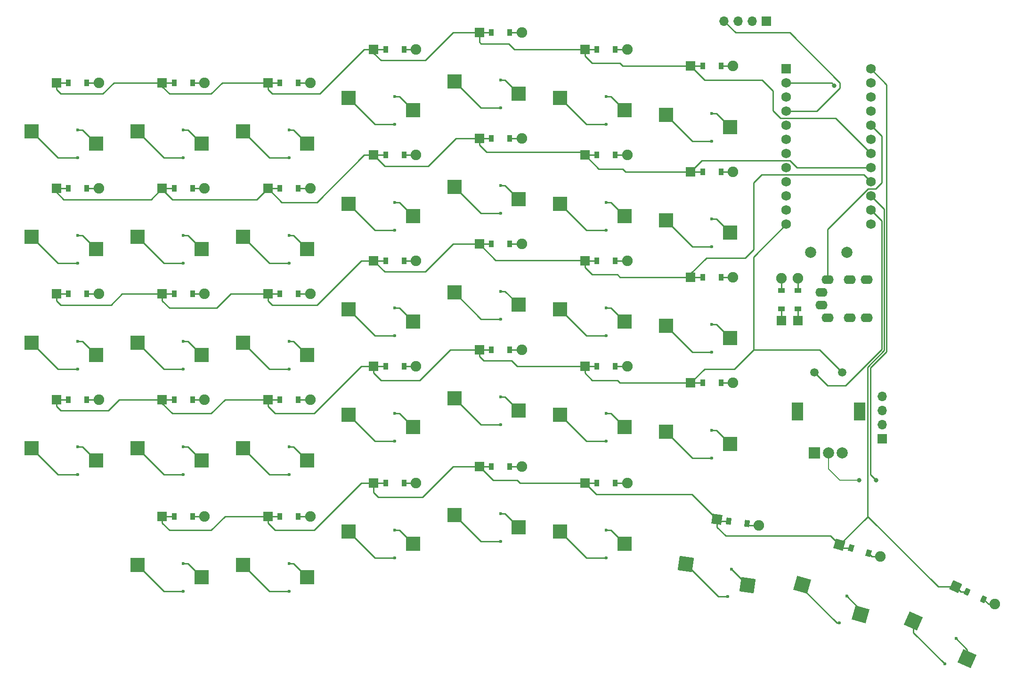
<source format=gbr>
%TF.GenerationSoftware,KiCad,Pcbnew,8.0.6*%
%TF.CreationDate,2024-11-25T22:34:01-05:00*%
%TF.ProjectId,jonkey-v2,6a6f6e6b-6579-42d7-9632-2e6b69636164,v1.0.0*%
%TF.SameCoordinates,Original*%
%TF.FileFunction,Copper,L2,Bot*%
%TF.FilePolarity,Positive*%
%FSLAX46Y46*%
G04 Gerber Fmt 4.6, Leading zero omitted, Abs format (unit mm)*
G04 Created by KiCad (PCBNEW 8.0.6) date 2024-11-25 22:34:01*
%MOMM*%
%LPD*%
G01*
G04 APERTURE LIST*
G04 Aperture macros list*
%AMRotRect*
0 Rectangle, with rotation*
0 The origin of the aperture is its center*
0 $1 length*
0 $2 width*
0 $3 Rotation angle, in degrees counterclockwise*
0 Add horizontal line*
21,1,$1,$2,0,0,$3*%
G04 Aperture macros list end*
%TA.AperFunction,ComponentPad*%
%ADD10C,0.600000*%
%TD*%
%TA.AperFunction,SMDPad,CuDef*%
%ADD11R,2.600000X2.600000*%
%TD*%
%TA.AperFunction,ComponentPad*%
%ADD12R,1.778000X1.778000*%
%TD*%
%TA.AperFunction,SMDPad,CuDef*%
%ADD13R,0.900000X1.200000*%
%TD*%
%TA.AperFunction,ComponentPad*%
%ADD14C,1.905000*%
%TD*%
%TA.AperFunction,SMDPad,CuDef*%
%ADD15R,1.200000X0.900000*%
%TD*%
%TA.AperFunction,ComponentPad*%
%ADD16RotRect,1.778000X1.778000X352.000000*%
%TD*%
%TA.AperFunction,SMDPad,CuDef*%
%ADD17RotRect,0.900000X1.200000X352.000000*%
%TD*%
%TA.AperFunction,SMDPad,CuDef*%
%ADD18RotRect,2.600000X2.600000X164.000000*%
%TD*%
%TA.AperFunction,ComponentPad*%
%ADD19R,1.700000X1.700000*%
%TD*%
%TA.AperFunction,ComponentPad*%
%ADD20O,1.700000X1.700000*%
%TD*%
%TA.AperFunction,ComponentPad*%
%ADD21RotRect,1.778000X1.778000X344.000000*%
%TD*%
%TA.AperFunction,SMDPad,CuDef*%
%ADD22RotRect,0.900000X1.200000X344.000000*%
%TD*%
%TA.AperFunction,SMDPad,CuDef*%
%ADD23RotRect,2.600000X2.600000X172.000000*%
%TD*%
%TA.AperFunction,ComponentPad*%
%ADD24O,2.200000X1.600000*%
%TD*%
%TA.AperFunction,ComponentPad*%
%ADD25RotRect,1.778000X1.778000X336.000000*%
%TD*%
%TA.AperFunction,SMDPad,CuDef*%
%ADD26RotRect,0.900000X1.200000X336.000000*%
%TD*%
%TA.AperFunction,ComponentPad*%
%ADD27C,2.000000*%
%TD*%
%TA.AperFunction,SMDPad,CuDef*%
%ADD28RotRect,2.600000X2.600000X156.000000*%
%TD*%
%TA.AperFunction,ComponentPad*%
%ADD29R,1.752600X1.752600*%
%TD*%
%TA.AperFunction,ComponentPad*%
%ADD30C,1.752600*%
%TD*%
%TA.AperFunction,ComponentPad*%
%ADD31R,2.000000X3.200000*%
%TD*%
%TA.AperFunction,ComponentPad*%
%ADD32C,1.500000*%
%TD*%
%TA.AperFunction,ComponentPad*%
%ADD33R,2.000000X2.000000*%
%TD*%
%TA.AperFunction,ViaPad*%
%ADD34C,0.800000*%
%TD*%
%TA.AperFunction,Conductor*%
%ADD35C,0.250000*%
%TD*%
%TA.AperFunction,Conductor*%
%ADD36C,0.200000*%
%TD*%
G04 APERTURE END LIST*
D10*
%TO.P,REF\u002A\u002A,1*%
%TO.N,outer1_modifiers*%
X126500000Y-178000000D03*
%TD*%
%TO.P,REF\u002A\u002A,1*%
%TO.N,P19*%
X183500000Y-96000000D03*
%TD*%
%TO.P,REF\u002A\u002A,1*%
%TO.N,outer1_numbers*%
X126500000Y-100000000D03*
%TD*%
D11*
%TO.P,S26,1*%
%TO.N,index_bottom*%
X205775000Y-153450000D03*
%TO.P,S26,2*%
%TO.N,P20*%
X194225000Y-151250000D03*
%TD*%
D10*
%TO.P,REF\u002A\u002A,1*%
%TO.N,ring_modifiers*%
X164500000Y-172000000D03*
%TD*%
D12*
%TO.P,D8,1*%
%TO.N,P5*%
X122690000Y-110500000D03*
D13*
X124850000Y-110500000D03*
%TO.P,D8,2*%
%TO.N,outer1_top*%
X128150000Y-110500000D03*
D14*
X130310000Y-110500000D03*
%TD*%
D11*
%TO.P,S33,1*%
%TO.N,inner1_numbers*%
X224775000Y-99450000D03*
%TO.P,S33,2*%
%TO.N,P21*%
X213225000Y-97250000D03*
%TD*%
%TO.P,S30,1*%
%TO.N,inner1_bottom*%
X224775000Y-156450000D03*
%TO.P,S30,2*%
%TO.N,P21*%
X213225000Y-154250000D03*
%TD*%
%TO.P,S4,1*%
%TO.N,outer2_numbers*%
X110775000Y-102450000D03*
%TO.P,S4,2*%
%TO.N,P16*%
X99225000Y-100250000D03*
%TD*%
D12*
%TO.P,D5,1*%
%TO.N,P7*%
X122690000Y-169500000D03*
D13*
X124850000Y-169500000D03*
%TO.P,D5,2*%
%TO.N,outer1_modifiers*%
X128150000Y-169500000D03*
D14*
X130310000Y-169500000D03*
%TD*%
D10*
%TO.P,REF\u002A\u002A,1*%
%TO.N,P16*%
X107500000Y-143000000D03*
%TD*%
D11*
%TO.P,S25,1*%
%TO.N,index_modifiers*%
X205775000Y-174450000D03*
%TO.P,S25,2*%
%TO.N,P19*%
X194225000Y-172250000D03*
%TD*%
D14*
%TO.P,R11,2*%
%TO.N,P3*%
X234000000Y-126690000D03*
D15*
X234000000Y-128850000D03*
%TO.P,R11,1*%
%TO.N,VCC*%
X234000000Y-132150000D03*
D12*
X234000000Y-134310000D03*
%TD*%
%TO.P,D17,1*%
%TO.N,P6*%
X160690000Y-123500000D03*
D13*
X162850000Y-123500000D03*
%TO.P,D17,2*%
%TO.N,ring_home*%
X166150000Y-123500000D03*
D14*
X168310000Y-123500000D03*
%TD*%
D11*
%TO.P,S3,1*%
%TO.N,outer2_top*%
X110775000Y-121450000D03*
%TO.P,S3,2*%
%TO.N,P16*%
X99225000Y-119250000D03*
%TD*%
D10*
%TO.P,REF\u002A\u002A,1*%
%TO.N,index_top*%
X202500000Y-113000000D03*
%TD*%
%TO.P,REF\u002A\u002A,1*%
%TO.N,P14*%
X126500000Y-162000000D03*
%TD*%
D16*
%TO.P,D34,1*%
%TO.N,P7*%
X222422945Y-170018409D03*
D17*
X224561924Y-170319024D03*
%TO.P,D34,2*%
%TO.N,inner1_thumbrow*%
X227829808Y-170778296D03*
D14*
X229968787Y-171078911D03*
%TD*%
D10*
%TO.P,REF\u002A\u002A,1*%
%TO.N,inner1_top*%
X221500000Y-116000000D03*
%TD*%
D11*
%TO.P,S23,1*%
%TO.N,middle_top*%
X186775000Y-112450000D03*
%TO.P,S23,2*%
%TO.N,P19*%
X175225000Y-110250000D03*
%TD*%
D10*
%TO.P,REF\u002A\u002A,1*%
%TO.N,P14*%
X126500000Y-143000000D03*
%TD*%
D12*
%TO.P,D6,1*%
%TO.N,P10*%
X122690000Y-148500000D03*
D13*
X124850000Y-148500000D03*
%TO.P,D6,2*%
%TO.N,outer1_bottom*%
X128150000Y-148500000D03*
D14*
X130310000Y-148500000D03*
%TD*%
D11*
%TO.P,S11,1*%
%TO.N,pinky_bottom*%
X148775000Y-159450000D03*
%TO.P,S11,2*%
%TO.N,P15*%
X137225000Y-157250000D03*
%TD*%
D10*
%TO.P,REF\u002A\u002A,1*%
%TO.N,thumb1_thumbrow*%
X245769892Y-183848748D03*
%TD*%
D11*
%TO.P,S6,1*%
%TO.N,outer1_bottom*%
X129775000Y-159450000D03*
%TO.P,S6,2*%
%TO.N,P14*%
X118225000Y-157250000D03*
%TD*%
%TO.P,S24,1*%
%TO.N,middle_numbers*%
X186775000Y-93450000D03*
%TO.P,S24,2*%
%TO.N,P19*%
X175225000Y-91250000D03*
%TD*%
D12*
%TO.P,D1,1*%
%TO.N,P10*%
X103690000Y-148500000D03*
D13*
X105850000Y-148500000D03*
%TO.P,D1,2*%
%TO.N,outer2_bottom*%
X109150000Y-148500000D03*
D14*
X111310000Y-148500000D03*
%TD*%
D10*
%TO.P,REF\u002A\u002A,1*%
%TO.N,P16*%
X107500000Y-124000000D03*
%TD*%
%TO.P,REF\u002A\u002A,1*%
%TO.N,pinky_home*%
X145500000Y-138000000D03*
%TD*%
D12*
%TO.P,D7,1*%
%TO.N,P6*%
X122690000Y-129500000D03*
D13*
X124850000Y-129500000D03*
%TO.P,D7,2*%
%TO.N,outer1_home*%
X128150000Y-129500000D03*
D14*
X130310000Y-129500000D03*
%TD*%
D10*
%TO.P,REF\u002A\u002A,1*%
%TO.N,ring_top*%
X164500000Y-113000000D03*
%TD*%
%TO.P,REF\u002A\u002A,1*%
%TO.N,P20*%
X224317029Y-183917279D03*
%TD*%
D11*
%TO.P,S10,1*%
%TO.N,pinky_modifiers*%
X148775000Y-180450000D03*
%TO.P,S10,2*%
%TO.N,P14*%
X137225000Y-178250000D03*
%TD*%
D12*
%TO.P,D18,1*%
%TO.N,P5*%
X160690000Y-104500000D03*
D13*
X162850000Y-104500000D03*
%TO.P,D18,2*%
%TO.N,ring_top*%
X166150000Y-104500000D03*
D14*
X168310000Y-104500000D03*
%TD*%
D10*
%TO.P,REF\u002A\u002A,1*%
%TO.N,P15*%
X145500000Y-105000000D03*
%TD*%
%TO.P,REF\u002A\u002A,1*%
%TO.N,P19*%
X202500000Y-177000000D03*
%TD*%
%TO.P,REF\u002A\u002A,1*%
%TO.N,P20*%
X202500000Y-99000000D03*
%TD*%
%TO.P,REF\u002A\u002A,1*%
%TO.N,P18*%
X183500000Y-174000000D03*
%TD*%
D11*
%TO.P,S1,1*%
%TO.N,outer2_bottom*%
X110775000Y-159450000D03*
%TO.P,S1,2*%
%TO.N,P16*%
X99225000Y-157250000D03*
%TD*%
%TO.P,S20,1*%
%TO.N,middle_modifiers*%
X186775000Y-171450000D03*
%TO.P,S20,2*%
%TO.N,P18*%
X175225000Y-169250000D03*
%TD*%
D10*
%TO.P,REF\u002A\u002A,1*%
%TO.N,P18*%
X164500000Y-118000000D03*
%TD*%
D11*
%TO.P,S12,1*%
%TO.N,pinky_home*%
X148775000Y-140450000D03*
%TO.P,S12,2*%
%TO.N,P15*%
X137225000Y-138250000D03*
%TD*%
D10*
%TO.P,REF\u002A\u002A,1*%
%TO.N,thumb2_thumbrow*%
X265383130Y-191477421D03*
%TD*%
D11*
%TO.P,S29,1*%
%TO.N,index_numbers*%
X205775000Y-96450000D03*
%TO.P,S29,2*%
%TO.N,P20*%
X194225000Y-94250000D03*
%TD*%
D10*
%TO.P,REF\u002A\u002A,1*%
%TO.N,P19*%
X183500000Y-134000000D03*
%TD*%
%TO.P,REF\u002A\u002A,1*%
%TO.N,P21*%
X221500000Y-102000000D03*
%TD*%
%TO.P,REF\u002A\u002A,1*%
%TO.N,P14*%
X126500000Y-105000000D03*
%TD*%
%TO.P,REF\u002A\u002A,1*%
%TO.N,pinky_top*%
X145500000Y-119000000D03*
%TD*%
D11*
%TO.P,S17,1*%
%TO.N,ring_home*%
X167775000Y-134450000D03*
%TO.P,S17,2*%
%TO.N,P18*%
X156225000Y-132250000D03*
%TD*%
D10*
%TO.P,REF\u002A\u002A,1*%
%TO.N,ring_home*%
X164500000Y-132000000D03*
%TD*%
%TO.P,REF\u002A\u002A,1*%
%TO.N,P15*%
X145500000Y-162000000D03*
%TD*%
%TO.P,REF\u002A\u002A,1*%
%TO.N,P18*%
X164500000Y-156000000D03*
%TD*%
%TO.P,REF\u002A\u002A,1*%
%TO.N,P14*%
X126500000Y-124000000D03*
%TD*%
D12*
%TO.P,D4,1*%
%TO.N,P4*%
X103690000Y-91500000D03*
D13*
X105850000Y-91500000D03*
%TO.P,D4,2*%
%TO.N,outer2_numbers*%
X109150000Y-91500000D03*
D14*
X111310000Y-91500000D03*
%TD*%
D18*
%TO.P,S35,1*%
%TO.N,thumb1_thumbrow*%
X248242713Y-187106551D03*
%TO.P,S35,2*%
%TO.N,P21*%
X237746542Y-181808164D03*
%TD*%
D11*
%TO.P,S2,1*%
%TO.N,outer2_home*%
X110775000Y-140450000D03*
%TO.P,S2,2*%
%TO.N,P16*%
X99225000Y-138250000D03*
%TD*%
D10*
%TO.P,REF\u002A\u002A,1*%
%TO.N,P20*%
X202500000Y-137000000D03*
%TD*%
%TO.P,REF\u002A\u002A,1*%
%TO.N,P20*%
X202500000Y-156000000D03*
%TD*%
%TO.P,REF\u002A\u002A,1*%
%TO.N,P8*%
X263349447Y-196045148D03*
%TD*%
%TO.P,REF\u002A\u002A,1*%
%TO.N,P19*%
X183500000Y-115000000D03*
%TD*%
D12*
%TO.P,D32,1*%
%TO.N,P5*%
X217690000Y-107500000D03*
D13*
X219850000Y-107500000D03*
%TO.P,D32,2*%
%TO.N,inner1_top*%
X223150000Y-107500000D03*
D14*
X225310000Y-107500000D03*
%TD*%
D12*
%TO.P,D33,1*%
%TO.N,P4*%
X217690000Y-88500000D03*
D13*
X219850000Y-88500000D03*
%TO.P,D33,2*%
%TO.N,inner1_numbers*%
X223150000Y-88500000D03*
D14*
X225310000Y-88500000D03*
%TD*%
D11*
%TO.P,S5,1*%
%TO.N,outer1_modifiers*%
X129775000Y-180450000D03*
%TO.P,S5,2*%
%TO.N,P16*%
X118225000Y-178250000D03*
%TD*%
D10*
%TO.P,REF\u002A\u002A,1*%
%TO.N,inner1_bottom*%
X221500000Y-154000000D03*
%TD*%
D12*
%TO.P,D2,1*%
%TO.N,P6*%
X103690000Y-129500000D03*
D13*
X105850000Y-129500000D03*
%TO.P,D2,2*%
%TO.N,outer2_home*%
X109150000Y-129500000D03*
D14*
X111310000Y-129500000D03*
%TD*%
D11*
%TO.P,S22,1*%
%TO.N,middle_home*%
X186775000Y-131450000D03*
%TO.P,S22,2*%
%TO.N,P19*%
X175225000Y-129250000D03*
%TD*%
D10*
%TO.P,REF\u002A\u002A,1*%
%TO.N,P16*%
X107500000Y-162000000D03*
%TD*%
%TO.P,REF\u002A\u002A,1*%
%TO.N,P21*%
X221500000Y-159000000D03*
%TD*%
D11*
%TO.P,S28,1*%
%TO.N,index_top*%
X205775000Y-115450000D03*
%TO.P,S28,2*%
%TO.N,P20*%
X194225000Y-113250000D03*
%TD*%
D10*
%TO.P,REF\u002A\u002A,1*%
%TO.N,outer2_numbers*%
X107500000Y-100000000D03*
%TD*%
D11*
%TO.P,S27,1*%
%TO.N,index_home*%
X205775000Y-134450000D03*
%TO.P,S27,2*%
%TO.N,P20*%
X194225000Y-132250000D03*
%TD*%
D12*
%TO.P,D3,1*%
%TO.N,P5*%
X103690000Y-110500000D03*
D13*
X105850000Y-110500000D03*
%TO.P,D3,2*%
%TO.N,outer2_top*%
X109150000Y-110500000D03*
D14*
X111310000Y-110500000D03*
%TD*%
D12*
%TO.P,D25,1*%
%TO.N,P7*%
X198690000Y-163500000D03*
D13*
X200850000Y-163500000D03*
%TO.P,D25,2*%
%TO.N,index_modifiers*%
X204150000Y-163500000D03*
D14*
X206310000Y-163500000D03*
%TD*%
D11*
%TO.P,S19,1*%
%TO.N,ring_numbers*%
X167775000Y-96450000D03*
%TO.P,S19,2*%
%TO.N,P18*%
X156225000Y-94250000D03*
%TD*%
D10*
%TO.P,REF\u002A\u002A,1*%
%TO.N,P16*%
X126500000Y-183000000D03*
%TD*%
%TO.P,REF\u002A\u002A,1*%
%TO.N,inner1_numbers*%
X221500000Y-97000000D03*
%TD*%
%TO.P,REF\u002A\u002A,1*%
%TO.N,P21*%
X221500000Y-121000000D03*
%TD*%
D12*
%TO.P,D28,1*%
%TO.N,P5*%
X198690000Y-104500000D03*
D13*
X200850000Y-104500000D03*
%TO.P,D28,2*%
%TO.N,index_top*%
X204150000Y-104500000D03*
D14*
X206310000Y-104500000D03*
%TD*%
D12*
%TO.P,D12,1*%
%TO.N,P6*%
X141690000Y-129500000D03*
D13*
X143850000Y-129500000D03*
%TO.P,D12,2*%
%TO.N,pinky_home*%
X147150000Y-129500000D03*
D14*
X149310000Y-129500000D03*
%TD*%
D10*
%TO.P,REF\u002A\u002A,1*%
%TO.N,index_modifiers*%
X202500000Y-172000000D03*
%TD*%
D12*
%TO.P,D24,1*%
%TO.N,P4*%
X179690000Y-82500000D03*
D13*
X181850000Y-82500000D03*
%TO.P,D24,2*%
%TO.N,middle_numbers*%
X185150000Y-82500000D03*
D14*
X187310000Y-82500000D03*
%TD*%
D10*
%TO.P,REF\u002A\u002A,1*%
%TO.N,outer1_bottom*%
X126500000Y-157000000D03*
%TD*%
D12*
%TO.P,D31,1*%
%TO.N,P6*%
X217690000Y-126500000D03*
D13*
X219850000Y-126500000D03*
%TO.P,D31,2*%
%TO.N,inner1_home*%
X223150000Y-126500000D03*
D14*
X225310000Y-126500000D03*
%TD*%
D19*
%TO.P,SERIAL1,1*%
%TO.N,GND*%
X231300000Y-80400000D03*
D20*
%TO.P,SERIAL1,2*%
%TO.N,P0*%
X228760000Y-80400000D03*
%TO.P,SERIAL1,3*%
X226220000Y-80400000D03*
%TO.P,SERIAL1,4*%
%TO.N,VCC*%
X223680000Y-80400000D03*
%TD*%
D10*
%TO.P,REF\u002A\u002A,1*%
%TO.N,middle_top*%
X183500000Y-110000000D03*
%TD*%
%TO.P,REF\u002A\u002A,1*%
%TO.N,P15*%
X145500000Y-143000000D03*
%TD*%
%TO.P,REF\u002A\u002A,1*%
%TO.N,index_home*%
X202500000Y-132000000D03*
%TD*%
D11*
%TO.P,S13,1*%
%TO.N,pinky_top*%
X148775000Y-121450000D03*
%TO.P,S13,2*%
%TO.N,P15*%
X137225000Y-119250000D03*
%TD*%
%TO.P,S15,1*%
%TO.N,ring_modifiers*%
X167775000Y-174450000D03*
%TO.P,S15,2*%
%TO.N,P15*%
X156225000Y-172250000D03*
%TD*%
D21*
%TO.P,D35,1*%
%TO.N,P7*%
X244450403Y-174627845D03*
D22*
X246526728Y-175223221D03*
%TO.P,D35,2*%
%TO.N,thumb1_thumbrow*%
X249698892Y-176132825D03*
D14*
X251775217Y-176728201D03*
%TD*%
D12*
%TO.P,D10,1*%
%TO.N,P7*%
X141690000Y-169500000D03*
D13*
X143850000Y-169500000D03*
%TO.P,D10,2*%
%TO.N,pinky_modifiers*%
X147150000Y-169500000D03*
D14*
X149310000Y-169500000D03*
%TD*%
D11*
%TO.P,S14,1*%
%TO.N,pinky_numbers*%
X148775000Y-102450000D03*
%TO.P,S14,2*%
%TO.N,P15*%
X137225000Y-100250000D03*
%TD*%
D10*
%TO.P,REF\u002A\u002A,1*%
%TO.N,P15*%
X164500000Y-177000000D03*
%TD*%
D12*
%TO.P,D27,1*%
%TO.N,P6*%
X198690000Y-123500000D03*
D13*
X200850000Y-123500000D03*
%TO.P,D27,2*%
%TO.N,index_home*%
X204150000Y-123500000D03*
D14*
X206310000Y-123500000D03*
%TD*%
D10*
%TO.P,REF\u002A\u002A,1*%
%TO.N,index_numbers*%
X202500000Y-94000000D03*
%TD*%
%TO.P,REF\u002A\u002A,1*%
%TO.N,outer2_top*%
X107500000Y-119000000D03*
%TD*%
%TO.P,REF\u002A\u002A,1*%
%TO.N,pinky_numbers*%
X145500000Y-100000000D03*
%TD*%
D23*
%TO.P,S34,1*%
%TO.N,inner1_thumbrow*%
X227915048Y-181847887D03*
%TO.P,S34,2*%
%TO.N,P20*%
X216783633Y-178061848D03*
%TD*%
D10*
%TO.P,REF\u002A\u002A,1*%
%TO.N,middle_home*%
X183500000Y-129000000D03*
%TD*%
D11*
%TO.P,S21,1*%
%TO.N,middle_bottom*%
X186775000Y-150450000D03*
%TO.P,S21,2*%
%TO.N,P19*%
X175225000Y-148250000D03*
%TD*%
D10*
%TO.P,REF\u002A\u002A,1*%
%TO.N,outer1_top*%
X126500000Y-119000000D03*
%TD*%
D11*
%TO.P,S31,1*%
%TO.N,inner1_home*%
X224775000Y-137450000D03*
%TO.P,S31,2*%
%TO.N,P21*%
X213225000Y-135250000D03*
%TD*%
D10*
%TO.P,REF\u002A\u002A,1*%
%TO.N,outer1_home*%
X126500000Y-138000000D03*
%TD*%
D11*
%TO.P,S18,1*%
%TO.N,ring_top*%
X167775000Y-115450000D03*
%TO.P,S18,2*%
%TO.N,P18*%
X156225000Y-113250000D03*
%TD*%
D24*
%TO.P,TRRS1,1*%
%TO.N,VCC*%
X241200000Y-129200000D03*
X241200000Y-131500000D03*
%TO.P,TRRS1,2*%
%TO.N,P2*%
X242300000Y-126900000D03*
X242300000Y-133800000D03*
%TO.P,TRRS1,3*%
%TO.N,P3*%
X246300000Y-126900000D03*
X246300000Y-133800000D03*
%TO.P,TRRS1,4*%
%TO.N,GND*%
X249300000Y-126900000D03*
X249300000Y-133800000D03*
%TD*%
D12*
%TO.P,D11,1*%
%TO.N,P10*%
X141690000Y-148500000D03*
D13*
X143850000Y-148500000D03*
%TO.P,D11,2*%
%TO.N,pinky_bottom*%
X147150000Y-148500000D03*
D14*
X149310000Y-148500000D03*
%TD*%
D11*
%TO.P,S16,1*%
%TO.N,ring_bottom*%
X167775000Y-153450000D03*
%TO.P,S16,2*%
%TO.N,P18*%
X156225000Y-151250000D03*
%TD*%
D10*
%TO.P,REF\u002A\u002A,1*%
%TO.N,index_bottom*%
X202500000Y-151000000D03*
%TD*%
%TO.P,REF\u002A\u002A,1*%
%TO.N,P18*%
X164500000Y-137000000D03*
%TD*%
D12*
%TO.P,D14,1*%
%TO.N,P4*%
X141690000Y-91500000D03*
D13*
X143850000Y-91500000D03*
%TO.P,D14,2*%
%TO.N,pinky_numbers*%
X147150000Y-91500000D03*
D14*
X149310000Y-91500000D03*
%TD*%
D12*
%TO.P,D9,1*%
%TO.N,P4*%
X122690000Y-91500000D03*
D13*
X124850000Y-91500000D03*
%TO.P,D9,2*%
%TO.N,outer1_numbers*%
X128150000Y-91500000D03*
D14*
X130310000Y-91500000D03*
%TD*%
D10*
%TO.P,REF\u002A\u002A,1*%
%TO.N,outer2_home*%
X107500000Y-138000000D03*
%TD*%
D12*
%TO.P,D13,1*%
%TO.N,P5*%
X141690000Y-110500000D03*
D13*
X143850000Y-110500000D03*
%TO.P,D13,2*%
%TO.N,pinky_top*%
X147150000Y-110500000D03*
D14*
X149310000Y-110500000D03*
%TD*%
D10*
%TO.P,REF\u002A\u002A,1*%
%TO.N,P21*%
X221500000Y-140000000D03*
%TD*%
D25*
%TO.P,D36,1*%
%TO.N,P7*%
X265359783Y-182162618D03*
D26*
X267333041Y-183041170D03*
%TO.P,D36,2*%
%TO.N,thumb2_thumbrow*%
X270347741Y-184383400D03*
D14*
X272320999Y-185261952D03*
%TD*%
D12*
%TO.P,D16,1*%
%TO.N,P10*%
X160690000Y-142500000D03*
D13*
X162850000Y-142500000D03*
%TO.P,D16,2*%
%TO.N,ring_bottom*%
X166150000Y-142500000D03*
D14*
X168310000Y-142500000D03*
%TD*%
D10*
%TO.P,REF\u002A\u002A,1*%
%TO.N,P18*%
X164500000Y-99000000D03*
%TD*%
D27*
%TO.P,RST1,1*%
%TO.N,GND*%
X245750000Y-122000000D03*
%TO.P,RST1,2*%
%TO.N,RST*%
X239250000Y-122000000D03*
%TD*%
D10*
%TO.P,REF\u002A\u002A,1*%
%TO.N,pinky_modifiers*%
X145500000Y-178000000D03*
%TD*%
%TO.P,REF\u002A\u002A,1*%
%TO.N,P15*%
X145500000Y-124000000D03*
%TD*%
D11*
%TO.P,S9,1*%
%TO.N,outer1_numbers*%
X129775000Y-102450000D03*
%TO.P,S9,2*%
%TO.N,P14*%
X118225000Y-100250000D03*
%TD*%
D28*
%TO.P,S36,1*%
%TO.N,thumb2_thumbrow*%
X267378486Y-195047670D03*
%TO.P,S36,2*%
%TO.N,P8*%
X257721857Y-188340062D03*
%TD*%
D12*
%TO.P,D30,1*%
%TO.N,P10*%
X217690000Y-145500000D03*
D13*
X219850000Y-145500000D03*
%TO.P,D30,2*%
%TO.N,inner1_bottom*%
X223150000Y-145500000D03*
D14*
X225310000Y-145500000D03*
%TD*%
D10*
%TO.P,REF\u002A\u002A,1*%
%TO.N,ring_bottom*%
X164500000Y-151000000D03*
%TD*%
%TO.P,REF\u002A\u002A,1*%
%TO.N,ring_numbers*%
X164500000Y-94000000D03*
%TD*%
D12*
%TO.P,D21,1*%
%TO.N,P10*%
X179690000Y-139500000D03*
D13*
X181850000Y-139500000D03*
%TO.P,D21,2*%
%TO.N,middle_bottom*%
X185150000Y-139500000D03*
D14*
X187310000Y-139500000D03*
%TD*%
D10*
%TO.P,REF\u002A\u002A,1*%
%TO.N,P16*%
X107500000Y-105000000D03*
%TD*%
%TO.P,REF\u002A\u002A,1*%
%TO.N,pinky_bottom*%
X145500000Y-157000000D03*
%TD*%
D12*
%TO.P,D26,1*%
%TO.N,P10*%
X198690000Y-142500000D03*
D13*
X200850000Y-142500000D03*
%TO.P,D26,2*%
%TO.N,index_bottom*%
X204150000Y-142500000D03*
D14*
X206310000Y-142500000D03*
%TD*%
D10*
%TO.P,REF\u002A\u002A,1*%
%TO.N,middle_numbers*%
X183500000Y-91000000D03*
%TD*%
%TO.P,REF\u002A\u002A,1*%
%TO.N,P20*%
X202500000Y-118000000D03*
%TD*%
D29*
%TO.P,MCU1,1*%
%TO.N,RAW*%
X234880000Y-89030000D03*
D30*
%TO.P,MCU1,2*%
%TO.N,GND*%
X234880000Y-91570000D03*
%TO.P,MCU1,3*%
%TO.N,RST*%
X234880000Y-94110000D03*
%TO.P,MCU1,4*%
%TO.N,VCC*%
X234880000Y-96650000D03*
%TO.P,MCU1,5*%
%TO.N,P21*%
X234880000Y-99190000D03*
%TO.P,MCU1,6*%
%TO.N,P20*%
X234880000Y-101730000D03*
%TO.P,MCU1,7*%
%TO.N,P19*%
X234880000Y-104270000D03*
%TO.P,MCU1,8*%
%TO.N,P18*%
X234880000Y-106810000D03*
%TO.P,MCU1,9*%
%TO.N,P15*%
X234880000Y-109350000D03*
%TO.P,MCU1,10*%
%TO.N,P14*%
X234880000Y-111890000D03*
%TO.P,MCU1,11*%
%TO.N,P16*%
X234880000Y-114430000D03*
%TO.P,MCU1,12*%
%TO.N,P10*%
X234880000Y-116970000D03*
%TO.P,MCU1,13*%
%TO.N,P1*%
X250120000Y-89030000D03*
%TO.P,MCU1,14*%
%TO.N,P0*%
X250120000Y-91570000D03*
%TO.P,MCU1,15*%
%TO.N,GND*%
X250120000Y-94110000D03*
%TO.P,MCU1,16*%
X250120000Y-96650000D03*
%TO.P,MCU1,17*%
%TO.N,P2*%
X250120000Y-99190000D03*
%TO.P,MCU1,18*%
%TO.N,P3*%
X250120000Y-101730000D03*
%TO.P,MCU1,19*%
%TO.N,P4*%
X250120000Y-104270000D03*
%TO.P,MCU1,20*%
%TO.N,P5*%
X250120000Y-106810000D03*
%TO.P,MCU1,21*%
%TO.N,P6*%
X250120000Y-109350000D03*
%TO.P,MCU1,22*%
%TO.N,P7*%
X250120000Y-111890000D03*
%TO.P,MCU1,23*%
%TO.N,P8*%
X250120000Y-114430000D03*
%TO.P,MCU1,24*%
%TO.N,P9*%
X250120000Y-116970000D03*
%TD*%
D14*
%TO.P,R21,2*%
%TO.N,P2*%
X237000000Y-126690000D03*
D15*
X237000000Y-128850000D03*
%TO.P,R21,1*%
%TO.N,VCC*%
X237000000Y-132150000D03*
D12*
X237000000Y-134310000D03*
%TD*%
D10*
%TO.P,REF\u002A\u002A,1*%
%TO.N,P14*%
X145500000Y-183000000D03*
%TD*%
D19*
%TO.P,OLED1,1*%
%TO.N,GND*%
X252100000Y-155550000D03*
D20*
%TO.P,OLED1,2*%
%TO.N,VCC*%
X252100000Y-153010000D03*
%TO.P,OLED1,3*%
%TO.N,P3*%
X252100000Y-150470000D03*
%TO.P,OLED1,4*%
%TO.N,P2*%
X252100000Y-147930000D03*
%TD*%
D11*
%TO.P,S32,1*%
%TO.N,inner1_top*%
X224775000Y-118450000D03*
%TO.P,S32,2*%
%TO.N,P21*%
X213225000Y-116250000D03*
%TD*%
D10*
%TO.P,REF\u002A\u002A,1*%
%TO.N,middle_bottom*%
X183500000Y-148000000D03*
%TD*%
D12*
%TO.P,D22,1*%
%TO.N,P6*%
X179690000Y-120500000D03*
D13*
X181850000Y-120500000D03*
%TO.P,D22,2*%
%TO.N,middle_home*%
X185150000Y-120500000D03*
D14*
X187310000Y-120500000D03*
%TD*%
D10*
%TO.P,REF\u002A\u002A,1*%
%TO.N,P21*%
X244391705Y-188655056D03*
%TD*%
%TO.P,REF\u002A\u002A,1*%
%TO.N,middle_modifiers*%
X183500000Y-169000000D03*
%TD*%
%TO.P,REF\u002A\u002A,1*%
%TO.N,outer2_bottom*%
X107500000Y-157000000D03*
%TD*%
%TO.P,REF\u002A\u002A,1*%
%TO.N,inner1_home*%
X221500000Y-135000000D03*
%TD*%
D31*
%TO.P,ROT1,*%
%TO.N,*%
X236860000Y-150620000D03*
X248060000Y-150620000D03*
D32*
%TO.P,ROT1,1*%
%TO.N,P8*%
X239960000Y-143620000D03*
%TO.P,ROT1,2*%
%TO.N,P10*%
X244960000Y-143620000D03*
D33*
%TO.P,ROT1,A*%
%TO.N,P9*%
X239960000Y-158120000D03*
D27*
%TO.P,ROT1,B*%
%TO.N,GND*%
X244960000Y-158120000D03*
%TO.P,ROT1,C*%
%TO.N,P1*%
X242460000Y-158120000D03*
%TD*%
D12*
%TO.P,D23,1*%
%TO.N,P5*%
X179690000Y-101500000D03*
D13*
X181850000Y-101500000D03*
%TO.P,D23,2*%
%TO.N,middle_top*%
X185150000Y-101500000D03*
D14*
X187310000Y-101500000D03*
%TD*%
D11*
%TO.P,S7,1*%
%TO.N,outer1_home*%
X129775000Y-140450000D03*
%TO.P,S7,2*%
%TO.N,P14*%
X118225000Y-138250000D03*
%TD*%
D12*
%TO.P,D20,1*%
%TO.N,P7*%
X179690000Y-160500000D03*
D13*
X181850000Y-160500000D03*
%TO.P,D20,2*%
%TO.N,middle_modifiers*%
X185150000Y-160500000D03*
D14*
X187310000Y-160500000D03*
%TD*%
D10*
%TO.P,REF\u002A\u002A,1*%
%TO.N,P19*%
X183500000Y-153000000D03*
%TD*%
D12*
%TO.P,D29,1*%
%TO.N,P4*%
X198690000Y-85500000D03*
D13*
X200850000Y-85500000D03*
%TO.P,D29,2*%
%TO.N,index_numbers*%
X204150000Y-85500000D03*
D14*
X206310000Y-85500000D03*
%TD*%
D12*
%TO.P,D15,1*%
%TO.N,P7*%
X160690000Y-163500000D03*
D13*
X162850000Y-163500000D03*
%TO.P,D15,2*%
%TO.N,ring_modifiers*%
X166150000Y-163500000D03*
D14*
X168310000Y-163500000D03*
%TD*%
D10*
%TO.P,REF\u002A\u002A,1*%
%TO.N,inner1_thumbrow*%
X225012894Y-178965938D03*
%TD*%
D12*
%TO.P,D19,1*%
%TO.N,P4*%
X160690000Y-85500000D03*
D13*
X162850000Y-85500000D03*
%TO.P,D19,2*%
%TO.N,ring_numbers*%
X166150000Y-85500000D03*
D14*
X168310000Y-85500000D03*
%TD*%
D11*
%TO.P,S8,1*%
%TO.N,outer1_top*%
X129775000Y-121450000D03*
%TO.P,S8,2*%
%TO.N,P14*%
X118225000Y-119250000D03*
%TD*%
D34*
%TO.N,P1*%
X248000000Y-163000000D03*
X251000000Y-163000000D03*
%TO.N,GND*%
X243500000Y-92000000D03*
%TD*%
D35*
%TO.N,P1*%
X250120000Y-89030000D02*
X252925000Y-91835000D01*
X252925000Y-91835000D02*
X252925000Y-139847792D01*
X250000000Y-142772792D02*
X250000000Y-162000000D01*
X252925000Y-139847792D02*
X250000000Y-142772792D01*
X250000000Y-162000000D02*
X251000000Y-163000000D01*
D36*
X244500000Y-163000000D02*
X242500000Y-161000000D01*
X242500000Y-160500000D02*
X242460000Y-160460000D01*
X242460000Y-160460000D02*
X242460000Y-158120000D01*
X248000000Y-163000000D02*
X244500000Y-163000000D01*
X242500000Y-161000000D02*
X242500000Y-160500000D01*
D35*
%TO.N,P7*%
X131500000Y-172000000D02*
X124000000Y-172000000D01*
X141690000Y-169500000D02*
X134000000Y-169500000D01*
X134000000Y-169500000D02*
X131500000Y-172000000D01*
X124000000Y-172000000D02*
X122690000Y-170690000D01*
X122690000Y-170690000D02*
X122690000Y-169500000D01*
X150000000Y-172000000D02*
X143000000Y-172000000D01*
X141690000Y-170690000D02*
X141690000Y-169500000D01*
X160690000Y-163500000D02*
X158500000Y-163500000D01*
X158500000Y-163500000D02*
X150000000Y-172000000D01*
X143000000Y-172000000D02*
X141690000Y-170690000D01*
%TO.N,pinky_modifiers*%
X147150000Y-169500000D02*
X149310000Y-169500000D01*
%TO.N,P7*%
X141690000Y-169500000D02*
X143850000Y-169500000D01*
%TO.N,outer1_modifiers*%
X128150000Y-169500000D02*
X130310000Y-169500000D01*
%TO.N,P7*%
X122690000Y-169500000D02*
X124850000Y-169500000D01*
%TO.N,P16*%
X126500000Y-183000000D02*
X122975000Y-183000000D01*
X122975000Y-183000000D02*
X118225000Y-178250000D01*
%TO.N,outer1_modifiers*%
X129775000Y-180450000D02*
X127325000Y-178000000D01*
X127325000Y-178000000D02*
X126500000Y-178000000D01*
%TO.N,P14*%
X145500000Y-183000000D02*
X141975000Y-183000000D01*
X141975000Y-183000000D02*
X137225000Y-178250000D01*
%TO.N,pinky_modifiers*%
X148775000Y-180450000D02*
X146325000Y-178000000D01*
X146325000Y-178000000D02*
X145500000Y-178000000D01*
%TO.N,P15*%
X164500000Y-177000000D02*
X160975000Y-177000000D01*
X160975000Y-177000000D02*
X156225000Y-172250000D01*
%TO.N,ring_modifiers*%
X167775000Y-174450000D02*
X165325000Y-172000000D01*
X165325000Y-172000000D02*
X164500000Y-172000000D01*
%TO.N,P19*%
X202500000Y-177000000D02*
X198975000Y-177000000D01*
X198975000Y-177000000D02*
X194225000Y-172250000D01*
%TO.N,index_modifiers*%
X205775000Y-174450000D02*
X203325000Y-172000000D01*
X203325000Y-172000000D02*
X202500000Y-172000000D01*
%TO.N,P18*%
X183500000Y-174000000D02*
X179975000Y-174000000D01*
X179975000Y-174000000D02*
X175225000Y-169250000D01*
%TO.N,middle_modifiers*%
X186775000Y-171450000D02*
X184325000Y-169000000D01*
X184325000Y-169000000D02*
X183500000Y-169000000D01*
%TO.N,ring_modifiers*%
X166150000Y-163500000D02*
X168310000Y-163500000D01*
%TO.N,P7*%
X160690000Y-163500000D02*
X162850000Y-163500000D01*
X169500000Y-166000000D02*
X161500000Y-166000000D01*
X179690000Y-160500000D02*
X175000000Y-160500000D01*
X175000000Y-160500000D02*
X169500000Y-166000000D01*
X161500000Y-166000000D02*
X160690000Y-165190000D01*
X160690000Y-165190000D02*
X160690000Y-163500000D01*
%TO.N,middle_modifiers*%
X187310000Y-160500000D02*
X185150000Y-160500000D01*
%TO.N,P7*%
X181850000Y-160500000D02*
X179690000Y-160500000D01*
X187000000Y-163500000D02*
X186500000Y-163000000D01*
X198690000Y-163500000D02*
X187000000Y-163500000D01*
X186500000Y-163000000D02*
X182190000Y-163000000D01*
X182190000Y-163000000D02*
X179690000Y-160500000D01*
%TO.N,index_modifiers*%
X206310000Y-163500000D02*
X204150000Y-163500000D01*
%TO.N,P7*%
X200850000Y-163500000D02*
X198690000Y-163500000D01*
X222422945Y-170018409D02*
X217904536Y-165500000D01*
X217904536Y-165500000D02*
X200690000Y-165500000D01*
X200690000Y-165500000D02*
X198690000Y-163500000D01*
%TO.N,P20*%
X224317029Y-183917279D02*
X222639064Y-183917279D01*
X222639064Y-183917279D02*
X216783633Y-178061848D01*
%TO.N,inner1_thumbrow*%
X227915048Y-181847887D02*
X227894843Y-181847887D01*
X227894843Y-181847887D02*
X225012894Y-178965938D01*
%TO.N,P21*%
X244391705Y-188655056D02*
X243967441Y-188655056D01*
X243967441Y-188655056D02*
X237746542Y-182434157D01*
X237746542Y-182434157D02*
X237746542Y-181808164D01*
%TO.N,P8*%
X263349447Y-196045148D02*
X257721857Y-190417558D01*
X257721857Y-190417558D02*
X257721857Y-188340062D01*
%TO.N,thumb2_thumbrow*%
X267378486Y-195047670D02*
X267378486Y-193472777D01*
X267378486Y-193472777D02*
X265383130Y-191477421D01*
%TO.N,thumb1_thumbrow*%
X248242713Y-187106551D02*
X248242713Y-186321569D01*
X248242713Y-186321569D02*
X245769892Y-183848748D01*
%TO.N,inner1_thumbrow*%
X229968787Y-171078911D02*
X228130423Y-171078911D01*
X228130423Y-171078911D02*
X227829808Y-170778296D01*
%TO.N,P7*%
X224561924Y-170319024D02*
X222723560Y-170319024D01*
X222723560Y-170319024D02*
X222422945Y-170018409D01*
X242822558Y-173000000D02*
X224000000Y-173000000D01*
X244450403Y-174627845D02*
X242822558Y-173000000D01*
X224000000Y-173000000D02*
X222422945Y-171422945D01*
X222422945Y-171422945D02*
X222422945Y-170018409D01*
X246526728Y-175223221D02*
X245045779Y-175223221D01*
X245045779Y-175223221D02*
X244450403Y-174627845D01*
%TO.N,thumb1_thumbrow*%
X251775217Y-176728201D02*
X250294268Y-176728201D01*
X250294268Y-176728201D02*
X249698892Y-176132825D01*
%TO.N,thumb2_thumbrow*%
X272320999Y-185261952D02*
X271226293Y-185261952D01*
X271226293Y-185261952D02*
X270347741Y-184383400D01*
%TO.N,P7*%
X267333041Y-183041170D02*
X266238335Y-183041170D01*
X266238335Y-183041170D02*
X265359783Y-182162618D01*
X249500000Y-142636396D02*
X249500000Y-169500000D01*
X262162618Y-182162618D02*
X249500000Y-169500000D01*
X249500000Y-169500000D02*
X249500000Y-169578248D01*
X265359783Y-182162618D02*
X262162618Y-182162618D01*
%TO.N,P2*%
X242300000Y-126900000D02*
X242300000Y-117873705D01*
X242300000Y-117873705D02*
X249622405Y-110551300D01*
X249622405Y-110551300D02*
X250948700Y-110551300D01*
X250948700Y-110551300D02*
X252000000Y-109500000D01*
X252000000Y-109500000D02*
X252000000Y-101070000D01*
X252000000Y-101070000D02*
X250120000Y-99190000D01*
%TO.N,P7*%
X250120000Y-111890000D02*
X252475000Y-114245000D01*
X252475000Y-114245000D02*
X252475000Y-139661396D01*
X252475000Y-139661396D02*
X249500000Y-142636396D01*
X249500000Y-169578248D02*
X244450403Y-174627845D01*
%TO.N,P8*%
X250120000Y-114430000D02*
X252025000Y-116335000D01*
X252025000Y-139475000D02*
X245500000Y-146000000D01*
X252025000Y-116335000D02*
X252025000Y-139475000D01*
X245500000Y-146000000D02*
X242340000Y-146000000D01*
X242340000Y-146000000D02*
X239960000Y-143620000D01*
%TO.N,P10*%
X244960000Y-143620000D02*
X240840000Y-139500000D01*
X240840000Y-139500000D02*
X229000000Y-139500000D01*
%TO.N,inner1_bottom*%
X224775000Y-156450000D02*
X222325000Y-154000000D01*
X222325000Y-154000000D02*
X221500000Y-154000000D01*
%TO.N,P21*%
X221500000Y-159000000D02*
X217975000Y-159000000D01*
X217975000Y-159000000D02*
X213225000Y-154250000D01*
%TO.N,index_bottom*%
X205775000Y-153450000D02*
X203325000Y-151000000D01*
X203325000Y-151000000D02*
X202500000Y-151000000D01*
%TO.N,P20*%
X202500000Y-156000000D02*
X198975000Y-156000000D01*
X198975000Y-156000000D02*
X194225000Y-151250000D01*
%TO.N,middle_bottom*%
X186775000Y-150450000D02*
X184325000Y-148000000D01*
X184325000Y-148000000D02*
X183500000Y-148000000D01*
%TO.N,P19*%
X183500000Y-153000000D02*
X179975000Y-153000000D01*
X179975000Y-153000000D02*
X175225000Y-148250000D01*
%TO.N,ring_bottom*%
X167775000Y-153450000D02*
X165325000Y-151000000D01*
X165325000Y-151000000D02*
X164500000Y-151000000D01*
%TO.N,P18*%
X164500000Y-156000000D02*
X160975000Y-156000000D01*
X160975000Y-156000000D02*
X156225000Y-151250000D01*
%TO.N,pinky_bottom*%
X148775000Y-159450000D02*
X146325000Y-157000000D01*
X146325000Y-157000000D02*
X145500000Y-157000000D01*
%TO.N,P15*%
X145500000Y-162000000D02*
X141975000Y-162000000D01*
X141975000Y-162000000D02*
X137225000Y-157250000D01*
%TO.N,outer1_bottom*%
X129775000Y-159450000D02*
X127325000Y-157000000D01*
X127325000Y-157000000D02*
X126500000Y-157000000D01*
%TO.N,P14*%
X126500000Y-162000000D02*
X122975000Y-162000000D01*
X122975000Y-162000000D02*
X118225000Y-157250000D01*
%TO.N,outer2_bottom*%
X110775000Y-159450000D02*
X108325000Y-157000000D01*
X108325000Y-157000000D02*
X107500000Y-157000000D01*
%TO.N,P16*%
X107500000Y-162000000D02*
X103975000Y-162000000D01*
X103975000Y-162000000D02*
X99225000Y-157250000D01*
%TO.N,outer2_bottom*%
X109150000Y-148500000D02*
X111310000Y-148500000D01*
%TO.N,P10*%
X103690000Y-148500000D02*
X105850000Y-148500000D01*
X113000000Y-150500000D02*
X104500000Y-150500000D01*
X122690000Y-148500000D02*
X115000000Y-148500000D01*
X115000000Y-148500000D02*
X113000000Y-150500000D01*
X104500000Y-150500000D02*
X103690000Y-149690000D01*
X103690000Y-149690000D02*
X103690000Y-148500000D01*
%TO.N,outer1_bottom*%
X130310000Y-148500000D02*
X128150000Y-148500000D01*
%TO.N,P10*%
X124850000Y-148500000D02*
X122690000Y-148500000D01*
X131500000Y-151000000D02*
X124500000Y-151000000D01*
X141690000Y-148500000D02*
X134000000Y-148500000D01*
X122690000Y-149190000D02*
X122690000Y-148500000D01*
X134000000Y-148500000D02*
X131500000Y-151000000D01*
X124500000Y-151000000D02*
X122690000Y-149190000D01*
%TO.N,pinky_bottom*%
X149310000Y-148500000D02*
X147150000Y-148500000D01*
%TO.N,P10*%
X143850000Y-148500000D02*
X141690000Y-148500000D01*
X150000000Y-151000000D02*
X143000000Y-151000000D01*
X160690000Y-142500000D02*
X158500000Y-142500000D01*
X158500000Y-142500000D02*
X150000000Y-151000000D01*
X143000000Y-151000000D02*
X141690000Y-149690000D01*
X141690000Y-149690000D02*
X141690000Y-148500000D01*
%TO.N,ring_bottom*%
X168310000Y-142500000D02*
X166150000Y-142500000D01*
%TO.N,P10*%
X162850000Y-142500000D02*
X160690000Y-142500000D01*
X169000000Y-145000000D02*
X162000000Y-145000000D01*
X179690000Y-139500000D02*
X174500000Y-139500000D01*
X174500000Y-139500000D02*
X169000000Y-145000000D01*
X162000000Y-145000000D02*
X160690000Y-143690000D01*
X160690000Y-143690000D02*
X160690000Y-142500000D01*
%TO.N,middle_bottom*%
X187310000Y-139500000D02*
X185150000Y-139500000D01*
%TO.N,P10*%
X181850000Y-139500000D02*
X179690000Y-139500000D01*
X185500000Y-141500000D02*
X180500000Y-141500000D01*
X179690000Y-140690000D02*
X179690000Y-139500000D01*
X198690000Y-142500000D02*
X186500000Y-142500000D01*
X186500000Y-142500000D02*
X185500000Y-141500000D01*
X180500000Y-141500000D02*
X179690000Y-140690000D01*
%TO.N,inner1_bottom*%
X225310000Y-145500000D02*
X223150000Y-145500000D01*
%TO.N,P10*%
X219850000Y-145500000D02*
X217690000Y-145500000D01*
%TO.N,index_bottom*%
X206310000Y-142500000D02*
X204150000Y-142500000D01*
%TO.N,P10*%
X200850000Y-142500000D02*
X198690000Y-142500000D01*
X217690000Y-145500000D02*
X205000000Y-145500000D01*
X205000000Y-145500000D02*
X204500000Y-145000000D01*
X204500000Y-145000000D02*
X200000000Y-145000000D01*
X200000000Y-145000000D02*
X198690000Y-143690000D01*
X198690000Y-143690000D02*
X198690000Y-142500000D01*
X234880000Y-116970000D02*
X229000000Y-122850000D01*
X229000000Y-122850000D02*
X229000000Y-139500000D01*
X229000000Y-139500000D02*
X225500000Y-143000000D01*
X225500000Y-143000000D02*
X220190000Y-143000000D01*
X220190000Y-143000000D02*
X217690000Y-145500000D01*
%TO.N,P16*%
X107500000Y-143000000D02*
X103975000Y-143000000D01*
X103975000Y-143000000D02*
X99225000Y-138250000D01*
%TO.N,outer2_home*%
X110775000Y-140450000D02*
X108325000Y-138000000D01*
X108325000Y-138000000D02*
X107500000Y-138000000D01*
%TO.N,P14*%
X126500000Y-143000000D02*
X122975000Y-143000000D01*
X122975000Y-143000000D02*
X118225000Y-138250000D01*
%TO.N,outer1_home*%
X129775000Y-140450000D02*
X127325000Y-138000000D01*
X127325000Y-138000000D02*
X126500000Y-138000000D01*
%TO.N,P15*%
X145500000Y-143000000D02*
X141975000Y-143000000D01*
X141975000Y-143000000D02*
X137225000Y-138250000D01*
%TO.N,pinky_home*%
X148775000Y-140450000D02*
X146325000Y-138000000D01*
X146325000Y-138000000D02*
X145500000Y-138000000D01*
%TO.N,P18*%
X164500000Y-137000000D02*
X160975000Y-137000000D01*
X160975000Y-137000000D02*
X156225000Y-132250000D01*
%TO.N,ring_home*%
X167775000Y-134450000D02*
X165325000Y-132000000D01*
X165325000Y-132000000D02*
X164500000Y-132000000D01*
%TO.N,P19*%
X183500000Y-134000000D02*
X179975000Y-134000000D01*
X179975000Y-134000000D02*
X175225000Y-129250000D01*
%TO.N,middle_home*%
X186775000Y-131450000D02*
X184325000Y-129000000D01*
X184325000Y-129000000D02*
X183500000Y-129000000D01*
%TO.N,P20*%
X202500000Y-137000000D02*
X198975000Y-137000000D01*
X198975000Y-137000000D02*
X194225000Y-132250000D01*
%TO.N,index_home*%
X205775000Y-134450000D02*
X203325000Y-132000000D01*
X203325000Y-132000000D02*
X202500000Y-132000000D01*
%TO.N,P21*%
X221500000Y-140000000D02*
X217975000Y-140000000D01*
X217975000Y-140000000D02*
X213225000Y-135250000D01*
%TO.N,inner1_home*%
X224775000Y-137450000D02*
X222325000Y-135000000D01*
X222325000Y-135000000D02*
X221500000Y-135000000D01*
%TO.N,VCC*%
X234000000Y-132150000D02*
X234000000Y-134310000D01*
X237000000Y-132150000D02*
X237000000Y-134310000D01*
%TO.N,P3*%
X234000000Y-128850000D02*
X234000000Y-126690000D01*
%TO.N,P2*%
X237000000Y-128850000D02*
X237000000Y-126690000D01*
%TO.N,P6*%
X103690000Y-129500000D02*
X105850000Y-129500000D01*
X113500000Y-131500000D02*
X104500000Y-131500000D01*
X122690000Y-129500000D02*
X115500000Y-129500000D01*
X115500000Y-129500000D02*
X113500000Y-131500000D01*
X104500000Y-131500000D02*
X103690000Y-130690000D01*
X103690000Y-130690000D02*
X103690000Y-129500000D01*
%TO.N,outer1_home*%
X128150000Y-129500000D02*
X130310000Y-129500000D01*
%TO.N,P6*%
X122690000Y-129500000D02*
X124850000Y-129500000D01*
X132500000Y-132000000D02*
X124000000Y-132000000D01*
X141690000Y-129500000D02*
X135000000Y-129500000D01*
X135000000Y-129500000D02*
X132500000Y-132000000D01*
X124000000Y-132000000D02*
X122690000Y-130690000D01*
X122690000Y-130690000D02*
X122690000Y-129500000D01*
%TO.N,pinky_home*%
X147150000Y-129500000D02*
X149310000Y-129500000D01*
%TO.N,P6*%
X141690000Y-129500000D02*
X143850000Y-129500000D01*
X150500000Y-131500000D02*
X142500000Y-131500000D01*
X160690000Y-123500000D02*
X158500000Y-123500000D01*
X158500000Y-123500000D02*
X150500000Y-131500000D01*
X142500000Y-131500000D02*
X141690000Y-130690000D01*
X141690000Y-130690000D02*
X141690000Y-129500000D01*
%TO.N,ring_home*%
X168310000Y-123500000D02*
X166150000Y-123500000D01*
%TO.N,P6*%
X162850000Y-123500000D02*
X160690000Y-123500000D01*
X175000000Y-120500000D02*
X170000000Y-125500000D01*
X179690000Y-120500000D02*
X175000000Y-120500000D01*
X170000000Y-125500000D02*
X162690000Y-125500000D01*
X162690000Y-125500000D02*
X160690000Y-123500000D01*
%TO.N,middle_home*%
X187310000Y-120500000D02*
X185150000Y-120500000D01*
%TO.N,P6*%
X181850000Y-120500000D02*
X179690000Y-120500000D01*
X204500000Y-126000000D02*
X200000000Y-126000000D01*
X217690000Y-126500000D02*
X205000000Y-126500000D01*
X205000000Y-126500000D02*
X204500000Y-126000000D01*
X200000000Y-126000000D02*
X198690000Y-124690000D01*
X198690000Y-124690000D02*
X198690000Y-123500000D01*
X198690000Y-123500000D02*
X198600500Y-123410500D01*
X198600500Y-123410500D02*
X182600500Y-123410500D01*
X182600500Y-123410500D02*
X179690000Y-120500000D01*
%TO.N,index_home*%
X206310000Y-123500000D02*
X204150000Y-123500000D01*
%TO.N,P6*%
X200850000Y-123500000D02*
X198690000Y-123500000D01*
X198690000Y-123310000D02*
X198690000Y-123500000D01*
%TO.N,inner1_home*%
X225310000Y-126500000D02*
X223150000Y-126500000D01*
%TO.N,P6*%
X219850000Y-126500000D02*
X217690000Y-126500000D01*
X229000000Y-121500000D02*
X227500000Y-123000000D01*
X248781300Y-108011300D02*
X230488700Y-108011300D01*
X230488700Y-108011300D02*
X229000000Y-109500000D01*
X250120000Y-109350000D02*
X248781300Y-108011300D01*
X227500000Y-123000000D02*
X220500000Y-123000000D01*
X229000000Y-109500000D02*
X229000000Y-121500000D01*
X220500000Y-123000000D02*
X217690000Y-125810000D01*
X217690000Y-125810000D02*
X217690000Y-126500000D01*
%TO.N,P16*%
X107500000Y-124000000D02*
X103975000Y-124000000D01*
X103975000Y-124000000D02*
X99225000Y-119250000D01*
%TO.N,outer2_top*%
X110775000Y-121450000D02*
X108325000Y-119000000D01*
X108325000Y-119000000D02*
X107500000Y-119000000D01*
%TO.N,P14*%
X126500000Y-124000000D02*
X122975000Y-124000000D01*
X122975000Y-124000000D02*
X118225000Y-119250000D01*
%TO.N,outer1_top*%
X129775000Y-121450000D02*
X127325000Y-119000000D01*
X127325000Y-119000000D02*
X126500000Y-119000000D01*
%TO.N,P15*%
X145500000Y-124000000D02*
X141975000Y-124000000D01*
X141975000Y-124000000D02*
X137225000Y-119250000D01*
%TO.N,pinky_top*%
X148775000Y-121450000D02*
X146325000Y-119000000D01*
X146325000Y-119000000D02*
X145500000Y-119000000D01*
%TO.N,P18*%
X164500000Y-118000000D02*
X160975000Y-118000000D01*
X160975000Y-118000000D02*
X156225000Y-113250000D01*
%TO.N,ring_top*%
X167775000Y-115450000D02*
X165325000Y-113000000D01*
X165325000Y-113000000D02*
X164500000Y-113000000D01*
%TO.N,P19*%
X183500000Y-115000000D02*
X179975000Y-115000000D01*
X179975000Y-115000000D02*
X175225000Y-110250000D01*
%TO.N,middle_top*%
X186775000Y-112450000D02*
X184325000Y-110000000D01*
X184325000Y-110000000D02*
X183500000Y-110000000D01*
%TO.N,P20*%
X202500000Y-118000000D02*
X198975000Y-118000000D01*
X198975000Y-118000000D02*
X194225000Y-113250000D01*
%TO.N,index_top*%
X205775000Y-115450000D02*
X203325000Y-113000000D01*
X203325000Y-113000000D02*
X202500000Y-113000000D01*
%TO.N,P21*%
X221500000Y-121000000D02*
X217975000Y-121000000D01*
X217975000Y-121000000D02*
X213225000Y-116250000D01*
%TO.N,inner1_top*%
X224775000Y-118450000D02*
X222325000Y-116000000D01*
X222325000Y-116000000D02*
X221500000Y-116000000D01*
%TO.N,outer2_top*%
X109150000Y-110500000D02*
X111310000Y-110500000D01*
%TO.N,P5*%
X105850000Y-110500000D02*
X103690000Y-110500000D01*
X120690000Y-112500000D02*
X105000000Y-112500000D01*
X122690000Y-110500000D02*
X120690000Y-112500000D01*
X105000000Y-112500000D02*
X103690000Y-111190000D01*
X103690000Y-111190000D02*
X103690000Y-110500000D01*
%TO.N,outer1_top*%
X128150000Y-110500000D02*
X130310000Y-110500000D01*
%TO.N,P5*%
X122690000Y-110500000D02*
X124850000Y-110500000D01*
X139690000Y-112500000D02*
X124500000Y-112500000D01*
X141690000Y-110500000D02*
X139690000Y-112500000D01*
X124500000Y-112500000D02*
X122690000Y-110690000D01*
X122690000Y-110690000D02*
X122690000Y-110500000D01*
%TO.N,pinky_top*%
X147150000Y-110500000D02*
X149310000Y-110500000D01*
%TO.N,P5*%
X141690000Y-110500000D02*
X143850000Y-110500000D01*
X159000000Y-104500000D02*
X150500000Y-113000000D01*
X160690000Y-104500000D02*
X159000000Y-104500000D01*
X150500000Y-113000000D02*
X144190000Y-113000000D01*
X144190000Y-113000000D02*
X141690000Y-110500000D01*
%TO.N,ring_top*%
X166150000Y-104500000D02*
X168310000Y-104500000D01*
%TO.N,P5*%
X160690000Y-104500000D02*
X162850000Y-104500000D01*
X170500000Y-106500000D02*
X162690000Y-106500000D01*
X162690000Y-106500000D02*
X160690000Y-104500000D01*
X179690000Y-101500000D02*
X175500000Y-101500000D01*
X175500000Y-101500000D02*
X170500000Y-106500000D01*
%TO.N,middle_top*%
X187310000Y-101500000D02*
X185150000Y-101500000D01*
%TO.N,P5*%
X179690000Y-101500000D02*
X181850000Y-101500000D01*
X198690000Y-104500000D02*
X198190000Y-104000000D01*
X198190000Y-104000000D02*
X181000000Y-104000000D01*
X181000000Y-104000000D02*
X179690000Y-102690000D01*
X179690000Y-102690000D02*
X179690000Y-101500000D01*
%TO.N,index_top*%
X206310000Y-104500000D02*
X204150000Y-104500000D01*
%TO.N,P5*%
X200850000Y-104500000D02*
X198690000Y-104500000D01*
X206000000Y-107500000D02*
X205500000Y-107000000D01*
X217690000Y-107500000D02*
X206000000Y-107500000D01*
X205500000Y-107000000D02*
X201190000Y-107000000D01*
X201190000Y-107000000D02*
X198690000Y-104500000D01*
%TO.N,inner1_top*%
X225310000Y-107500000D02*
X223150000Y-107500000D01*
%TO.N,P5*%
X217690000Y-107500000D02*
X219850000Y-107500000D01*
X236810000Y-106810000D02*
X235500000Y-105500000D01*
X250120000Y-106810000D02*
X236810000Y-106810000D01*
X235500000Y-105500000D02*
X219690000Y-105500000D01*
X219690000Y-105500000D02*
X217690000Y-107500000D01*
%TO.N,P4*%
X250120000Y-104270000D02*
X243701300Y-97851300D01*
X232500000Y-93000000D02*
X230500000Y-91000000D01*
X243701300Y-97851300D02*
X233851300Y-97851300D01*
X233851300Y-97851300D02*
X232500000Y-96500000D01*
X232500000Y-96500000D02*
X232500000Y-93000000D01*
X230500000Y-91000000D02*
X220190000Y-91000000D01*
X220190000Y-91000000D02*
X217690000Y-88500000D01*
%TO.N,P16*%
X107500000Y-105000000D02*
X103975000Y-105000000D01*
X103975000Y-105000000D02*
X99225000Y-100250000D01*
%TO.N,outer2_numbers*%
X110775000Y-102450000D02*
X108325000Y-100000000D01*
X108325000Y-100000000D02*
X107500000Y-100000000D01*
%TO.N,P14*%
X126500000Y-105000000D02*
X122975000Y-105000000D01*
X122975000Y-105000000D02*
X118225000Y-100250000D01*
%TO.N,outer1_numbers*%
X129775000Y-102450000D02*
X127325000Y-100000000D01*
X127325000Y-100000000D02*
X126500000Y-100000000D01*
%TO.N,P15*%
X145500000Y-105000000D02*
X141975000Y-105000000D01*
X141975000Y-105000000D02*
X137225000Y-100250000D01*
%TO.N,pinky_numbers*%
X148775000Y-102450000D02*
X146325000Y-100000000D01*
X146325000Y-100000000D02*
X145500000Y-100000000D01*
%TO.N,P18*%
X164500000Y-99000000D02*
X160975000Y-99000000D01*
X160975000Y-99000000D02*
X156225000Y-94250000D01*
%TO.N,ring_numbers*%
X167775000Y-96450000D02*
X165325000Y-94000000D01*
X165325000Y-94000000D02*
X164500000Y-94000000D01*
%TO.N,P19*%
X183500000Y-96000000D02*
X179975000Y-96000000D01*
X179975000Y-96000000D02*
X175225000Y-91250000D01*
%TO.N,middle_numbers*%
X186775000Y-93450000D02*
X184325000Y-91000000D01*
X184325000Y-91000000D02*
X183500000Y-91000000D01*
%TO.N,P20*%
X202500000Y-99000000D02*
X198975000Y-99000000D01*
X198975000Y-99000000D02*
X194225000Y-94250000D01*
%TO.N,index_numbers*%
X205775000Y-96450000D02*
X203325000Y-94000000D01*
X203325000Y-94000000D02*
X202500000Y-94000000D01*
%TO.N,P21*%
X221500000Y-102000000D02*
X217975000Y-102000000D01*
X217975000Y-102000000D02*
X213225000Y-97250000D01*
%TO.N,inner1_numbers*%
X224775000Y-99450000D02*
X222325000Y-97000000D01*
X222325000Y-97000000D02*
X221500000Y-97000000D01*
%TO.N,outer2_numbers*%
X111310000Y-91500000D02*
X109150000Y-91500000D01*
%TO.N,P4*%
X105850000Y-91500000D02*
X103690000Y-91500000D01*
X122690000Y-91500000D02*
X114000000Y-91500000D01*
X114000000Y-91500000D02*
X112000000Y-93500000D01*
X112000000Y-93500000D02*
X104500000Y-93500000D01*
X104500000Y-93500000D02*
X103690000Y-92690000D01*
X103690000Y-92690000D02*
X103690000Y-91500000D01*
%TO.N,outer1_numbers*%
X130310000Y-91500000D02*
X128150000Y-91500000D01*
%TO.N,P4*%
X124850000Y-91500000D02*
X122690000Y-91500000D01*
X131500000Y-93500000D02*
X124000000Y-93500000D01*
X141690000Y-91500000D02*
X133500000Y-91500000D01*
X133500000Y-91500000D02*
X131500000Y-93500000D01*
X124000000Y-93500000D02*
X122690000Y-92190000D01*
X122690000Y-92190000D02*
X122690000Y-91500000D01*
%TO.N,pinky_numbers*%
X149310000Y-91500000D02*
X147150000Y-91500000D01*
%TO.N,P4*%
X143850000Y-91500000D02*
X141690000Y-91500000D01*
X151000000Y-93500000D02*
X142500000Y-93500000D01*
X160690000Y-85500000D02*
X159000000Y-85500000D01*
X159000000Y-85500000D02*
X151000000Y-93500000D01*
X142500000Y-93500000D02*
X141690000Y-92690000D01*
X141690000Y-92690000D02*
X141690000Y-91500000D01*
%TO.N,ring_numbers*%
X168310000Y-85500000D02*
X166150000Y-85500000D01*
%TO.N,P4*%
X162850000Y-85500000D02*
X160690000Y-85500000D01*
X170000000Y-87500000D02*
X162000000Y-87500000D01*
X179690000Y-82500000D02*
X175000000Y-82500000D01*
X160690000Y-86190000D02*
X160690000Y-85500000D01*
X175000000Y-82500000D02*
X170000000Y-87500000D01*
X162000000Y-87500000D02*
X160690000Y-86190000D01*
%TO.N,middle_numbers*%
X187310000Y-82500000D02*
X185150000Y-82500000D01*
%TO.N,P4*%
X181850000Y-82500000D02*
X179690000Y-82500000D01*
X185000000Y-84500000D02*
X180000000Y-84500000D01*
X198690000Y-85500000D02*
X186000000Y-85500000D01*
X186000000Y-85500000D02*
X185000000Y-84500000D01*
X180000000Y-84500000D02*
X179690000Y-84190000D01*
X179690000Y-84190000D02*
X179690000Y-82500000D01*
%TO.N,index_numbers*%
X206310000Y-85500000D02*
X204150000Y-85500000D01*
%TO.N,P4*%
X200850000Y-85500000D02*
X198690000Y-85500000D01*
X217690000Y-88500000D02*
X205500000Y-88500000D01*
X205500000Y-88500000D02*
X205000000Y-88000000D01*
X205000000Y-88000000D02*
X200000000Y-88000000D01*
X200000000Y-88000000D02*
X198690000Y-86690000D01*
X198690000Y-86690000D02*
X198690000Y-85500000D01*
%TO.N,inner1_numbers*%
X225310000Y-88500000D02*
X223150000Y-88500000D01*
%TO.N,P4*%
X219850000Y-88500000D02*
X217690000Y-88500000D01*
%TO.N,VCC*%
X234880000Y-96650000D02*
X240350000Y-96650000D01*
X240350000Y-96650000D02*
X244500000Y-92500000D01*
X244500000Y-92500000D02*
X244500000Y-91500000D01*
X225780000Y-82500000D02*
X223680000Y-80400000D01*
X244500000Y-91500000D02*
X235500000Y-82500000D01*
X235500000Y-82500000D02*
X225780000Y-82500000D01*
%TO.N,GND*%
X243500000Y-92000000D02*
X243070000Y-91570000D01*
X243070000Y-91570000D02*
X234880000Y-91570000D01*
%TO.N,outer2_home*%
X109150000Y-129500000D02*
X111310000Y-129500000D01*
%TD*%
M02*

</source>
